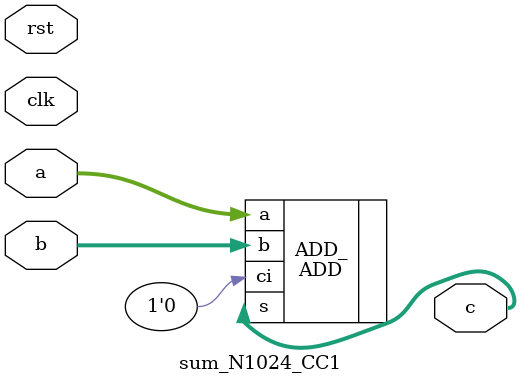
<source format=v>

module sum_N1024_CC1 ( clk, rst, a, b, c );
  input [1023:0] a;
  input [1023:0] b;
  output [1023:0] c;
  input clk, rst;

  tri   \*Logic0* ;
  tri   [1023:0] a;
  tri   [1023:0] b;
  tri   [1023:0] c;

  ADD ADD_ ( .a(a), .b(b), .ci(1'b0), .s(c) );
endmodule


</source>
